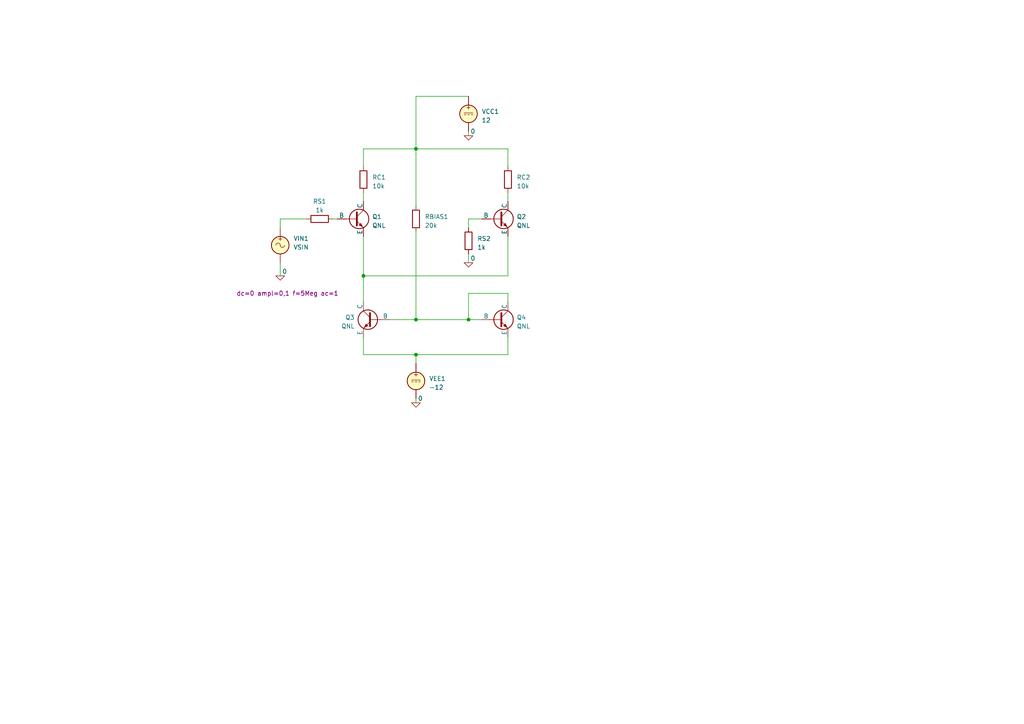
<source format=kicad_sch>
(kicad_sch (version 20230121) (generator eeschema)
  (paper "A4")
  (lib_symbols
    (symbol "Device:R" (pin_numbers hide) (pin_names (offset 0))
      (property "Reference" "R" (at 2.032 0 90))
      (property "Value" "R" (at 0 0 90))
      (symbol "R_0_1"
        (rectangle (start -1.016 -2.54) (end 1.016 2.54) (stroke (width 0.254)))
      )
      (symbol "R_1_1"
        (pin passive line (at 0 3.81 270) (length 1.27) (name "~") (number "1"))
        (pin passive line (at 0 -3.81 90) (length 1.27) (name "~") (number "2"))
      )
    )
    (symbol "Simulation_SPICE:0" (power) (pin_names (offset 0))
      (property "Value" "0" (at 0 -1.778 0))
      (symbol "0_0_1"
        (polyline (pts (xy -1.27 0) (xy 0 -1.27) (xy 1.27 0) (xy -1.27 0)))
      )
      (symbol "0_1_1"
        (pin power_in line (at 0 0 0) (length 0) hide (name "0") (number "1"))
      )
    )
    (symbol "Simulation_SPICE:NPN" (pin_numbers hide) (pin_names (offset 0))
      (property "Reference" "Q" (at -2.54 7.62 0))
      (property "Value" "NPN" (at -2.54 5.08 0))
      (symbol "NPN_0_1"
        (polyline (pts (xy -2.54 0) (xy 0.635 0)) (stroke (width 0.1524)))
        (polyline (pts (xy 0.635 0.635) (xy 2.54 2.54)))
        (polyline (pts (xy 2.794 -1.27) (xy 2.794 -1.27)) (stroke (width 0.1524)))
        (polyline (pts (xy 2.794 -1.27) (xy 2.794 -1.27)) (stroke (width 0.1524)))
        (polyline (pts (xy 0.635 -0.635) (xy 2.54 -2.54) (xy 2.54 -2.54)))
        (polyline (pts (xy 0.635 1.905) (xy 0.635 -1.905) (xy 0.635 -1.905)) (stroke (width 0.508)))
        (polyline (pts (xy 1.27 -1.778) (xy 1.778 -1.27) (xy 2.286 -2.286) (xy 1.27 -1.778) (xy 1.27 -1.778)) (fill (type outline)))
        (circle (center 1.27 0) (radius 2.8194) (stroke (width 0.254)))
      )
      (symbol "NPN_1_1"
        (pin open_collector line (at 2.54 5.08 270) (length 2.54) (name "C") (number "1"))
        (pin input line (at -5.08 0 0) (length 2.54) (name "B") (number "2"))
        (pin open_emitter line (at 2.54 -5.08 90) (length 2.54) (name "E") (number "3"))
      )
    )
    (symbol "Simulation_SPICE:VDC" (pin_numbers hide) (pin_names (offset 0.0254))
      (property "Reference" "V" (at 2.54 2.54 0))
      (property "Value" "1" (at 2.54 0 0))
      (symbol "VDC_0_0"
        (polyline (pts (xy -1.27 0.254) (xy 1.27 0.254)))
        (polyline (pts (xy -0.762 -0.254) (xy -1.27 -0.254)))
        (polyline (pts (xy 0.254 -0.254) (xy -0.254 -0.254)))
        (polyline (pts (xy 1.27 -0.254) (xy 0.762 -0.254)))
        (text "+" (at 0 1.905 0) (effects (font (size 1.27 1.27))))
      )
      (symbol "VDC_0_1"
        (circle (center 0 0) (radius 2.54) (stroke (width 0.254)) (fill (type background)))
      )
      (symbol "VDC_1_1"
        (pin passive line (at 0 5.08 270) (length 2.54) (name "~") (number "1"))
        (pin passive line (at 0 -5.08 90) (length 2.54) (name "~") (number "2"))
      )
    )
    (symbol "Simulation_SPICE:VSIN" (pin_numbers hide) (pin_names (offset 0.0254))
      (property "Reference" "V" (at 2.54 2.54 0))
      (property "Value" "VSIN" (at 2.54 0 0))
      (property "Sim.Params" "dc=0 ampl=1 f=1k ac=1" (at 2.54 -2.54 0))
      (symbol "VSIN_0_0"
        (arc (start 0 0) (mid -0.635 0.6323) (end -1.27 0))
        (arc (start 0 0) (mid 0.635 -0.6323) (end 1.27 0))
        (text "+" (at 0 1.905 0) (effects (font (size 1.27 1.27))))
      )
      (symbol "VSIN_0_1"
        (circle (center 0 0) (radius 2.54) (stroke (width 0.254)) (fill (type background)))
      )
      (symbol "VSIN_1_1"
        (pin passive line (at 0 5.08 270) (length 2.54) (name "~") (number "1"))
        (pin passive line (at 0 -5.08 90) (length 2.54) (name "~") (number "2"))
      )
    )
  )
  (junction (at 120.65 92.71))
  (junction (at 120.65 102.87))
  (junction (at 135.89 92.71))
  (junction (at 120.65 43.18))
  (junction (at 105.41 80.01))
  (wire (pts (xy 105.41 55.88) (xy 105.41 58.42)))
  (wire (pts (xy 135.89 73.66) (xy 135.89 76.2)))
  (wire (pts (xy 120.65 102.87) (xy 147.32 102.87)))
  (wire (pts (xy 81.28 76.2) (xy 81.28 80.01)))
  (wire (pts (xy 135.89 38.1) (xy 135.89 39.37)))
  (wire (pts (xy 105.41 102.87) (xy 120.65 102.87)))
  (wire (pts (xy 135.89 85.09) (xy 147.32 85.09)))
  (wire (pts (xy 147.32 85.09) (xy 147.32 87.63)))
  (wire (pts (xy 105.41 48.26) (xy 105.41 43.18)))
  (wire (pts (xy 120.65 43.18) (xy 120.65 59.69)))
  (wire (pts (xy 147.32 97.79) (xy 147.32 102.87)))
  (wire (pts (xy 135.89 92.71) (xy 139.7 92.71)))
  (wire (pts (xy 88.9 63.5) (xy 81.28 63.5)))
  (wire (pts (xy 147.32 43.18) (xy 147.32 48.26)))
  (wire (pts (xy 135.89 66.04) (xy 135.89 63.5)))
  (wire (pts (xy 105.41 43.18) (xy 120.65 43.18)))
  (wire (pts (xy 105.41 80.01) (xy 147.32 80.01)))
  (wire (pts (xy 120.65 43.18) (xy 147.32 43.18)))
  (wire (pts (xy 120.65 43.18) (xy 120.65 27.94)))
  (wire (pts (xy 113.03 92.71) (xy 120.65 92.71)))
  (wire (pts (xy 120.65 27.94) (xy 135.89 27.94)))
  (wire (pts (xy 120.65 115.57) (xy 120.65 116.84)))
  (wire (pts (xy 105.41 80.01) (xy 105.41 87.63)))
  (wire (pts (xy 120.65 67.31) (xy 120.65 92.71)))
  (wire (pts (xy 105.41 97.79) (xy 105.41 102.87)))
  (wire (pts (xy 135.89 63.5) (xy 139.7 63.5)))
  (wire (pts (xy 147.32 68.58) (xy 147.32 80.01)))
  (wire (pts (xy 120.65 105.41) (xy 120.65 102.87)))
  (wire (pts (xy 105.41 68.58) (xy 105.41 80.01)))
  (wire (pts (xy 135.89 85.09) (xy 135.89 92.71)))
  (wire (pts (xy 120.65 92.71) (xy 135.89 92.71)))
  (wire (pts (xy 96.52 63.5) (xy 97.79 63.5)))
  (wire (pts (xy 81.28 63.5) (xy 81.28 66.04)))
  (wire (pts (xy 147.32 55.88) (xy 147.32 58.42)))
  (symbol (lib_id "Device:R") (at 147.32 52.07 0) (unit 1)
    (property "Reference" "RC2" (at 149.86 51.435 0) (effects (justify left)))
    (property "Value" "10k" (at 149.86 53.975 0) (effects (justify left)))
  )
  (symbol (lib_id "Simulation_SPICE:VDC") (at 120.65 110.49 0) (unit 1)
    (property "Reference" "VEE1" (at 124.46 109.8192 0) (effects (justify left)))
    (property "Value" "-12" (at 124.46 112.3592 0) (effects (justify left)))
    (property "Sim.Pins" "1=+ 2=-" (effects hide))
    (property "Sim.Type" "DC" (effects hide))
    (property "Sim.Device" "V" (effects hide))
  )
  (symbol (lib_id "Simulation_SPICE:0") (at 135.89 76.2 0) (unit 1)
    (property "Reference" "#GND03" (effects hide))
    (property "Value" "0" (at 137.16 74.93 0))
  )
  (symbol (lib_id "Simulation_SPICE:NPN") (at 144.78 92.71 0) (unit 1)
    (property "Reference" "Q4" (at 149.86 92.075 0) (effects (justify left)))
    (property "Value" "QNL" (at 149.86 94.615 0) (effects (justify left)))
    (property "Sim.Device" "NPN" (effects hide))
    (property "Sim.Type" "GUMMELPOON" (effects hide))
    (property "Sim.Pins" "1=C 2=B 3=E" (effects hide))
    (property "Sim.Params" "BF=80 RB=100 CCS=2PF TF=0.3NS TR=6NS CJE=3PF CJC=2PF VA=50" (effects hide))
  )
  (symbol (lib_id "Simulation_SPICE:VDC") (at 135.89 33.02 0) (unit 1)
    (property "Reference" "VCC1" (at 139.7 32.3492 0) (effects (justify left)))
    (property "Value" "12" (at 139.7 34.8892 0) (effects (justify left)))
    (property "Sim.Pins" "1=+ 2=-" (effects hide))
    (property "Sim.Type" "DC" (effects hide))
    (property "Sim.Device" "V" (effects hide))
  )
  (symbol (lib_id "Device:R") (at 92.71 63.5 90) (unit 1)
    (property "Reference" "RS1" (at 92.71 58.42 90))
    (property "Value" "1k" (at 92.71 60.96 90))
  )
  (symbol (lib_id "Simulation_SPICE:0") (at 120.65 116.84 0) (unit 1)
    (property "Reference" "#GND04" (effects hide))
    (property "Value" "0" (at 121.92 115.57 0))
  )
  (symbol (lib_id "Device:R") (at 105.41 52.07 0) (unit 1)
    (property "Reference" "RC1" (at 107.95 51.435 0) (effects (justify left)))
    (property "Value" "10k" (at 107.95 53.975 0) (effects (justify left)))
  )
  (symbol (lib_id "Simulation_SPICE:0") (at 81.28 80.01 0) (unit 1)
    (property "Reference" "#GND01" (effects hide))
    (property "Value" "0" (at 82.55 78.74 0))
  )
  (symbol (lib_id "Device:R") (at 135.89 69.85 0) (unit 1)
    (property "Reference" "RS2" (at 138.43 69.215 0) (effects (justify left)))
    (property "Value" "1k" (at 138.43 71.755 0) (effects (justify left)))
  )
  (symbol (lib_id "Simulation_SPICE:VSIN") (at 81.28 71.12 0) (unit 1)
    (property "Reference" "VIN1" (at 85.09 69.1792 0) (effects (justify left)))
    (property "Value" "VSIN" (at 85.09 71.7192 0) (effects (justify left)))
    (property "Sim.Pins" "1=+ 2=-" (effects hide))
    (property "Sim.Params" "dc=0 ampl=0,1 f=5Meg ac=1" (at 68.58 85.09 0) (effects (justify left)))
    (property "Sim.Type" "SIN" (effects hide))
    (property "Sim.Device" "V" (effects hide))
  )
  (symbol (lib_id "Simulation_SPICE:NPN") (at 144.78 63.5 0) (unit 1)
    (property "Reference" "Q2" (at 149.86 62.865 0) (effects (justify left)))
    (property "Value" "QNL" (at 149.86 65.405 0) (effects (justify left)))
    (property "Sim.Device" "NPN" (effects hide))
    (property "Sim.Type" "GUMMELPOON" (effects hide))
    (property "Sim.Pins" "1=C 2=B 3=E" (effects hide))
    (property "Sim.Params" "BF=80 RB=100 CCS=2PF TF=0.3NS TR=6NS CJE=3PF CJC=2PF VA=50" (effects hide))
  )
  (symbol (lib_id "Simulation_SPICE:0") (at 135.89 39.37 0) (unit 1)
    (property "Reference" "#GND02" (effects hide))
    (property "Value" "0" (at 137.16 38.1 0))
  )
  (symbol (lib_id "Simulation_SPICE:NPN") (at 107.95 92.71 0) (mirror y) (unit 1)
    (property "Reference" "Q3" (at 102.87 92.075 0) (effects (justify left)))
    (property "Value" "QNL" (at 102.87 94.615 0) (effects (justify left)))
    (property "Sim.Device" "NPN" (effects hide))
    (property "Sim.Type" "GUMMELPOON" (effects hide))
    (property "Sim.Pins" "1=C 2=B 3=E" (effects hide))
    (property "Sim.Params" "BF=80 RB=100 CCS=2PF TF=0.3NS TR=6NS CJE=3PF CJC=2PF VA=50" (effects hide))
  )
  (symbol (lib_id "Simulation_SPICE:NPN") (at 102.87 63.5 0) (unit 1)
    (property "Reference" "Q1" (at 107.95 62.865 0) (effects (justify left)))
    (property "Value" "QNL" (at 107.95 65.405 0) (effects (justify left)))
    (property "Sim.Device" "NPN" (effects hide))
    (property "Sim.Type" "GUMMELPOON" (effects hide))
    (property "Sim.Pins" "1=C 2=B 3=E" (effects hide))
    (property "Sim.Params" "BF=80 RB=100 CCS=2PF TF=0.3NS TR=6NS CJE=3PF CJC=2PF VA=50" (effects hide))
  )
  (symbol (lib_id "Device:R") (at 120.65 63.5 0) (unit 1)
    (property "Reference" "RBIAS1" (at 123.19 62.865 0) (effects (justify left)))
    (property "Value" "20k" (at 123.19 65.405 0) (effects (justify left)))
  )
)
</source>
